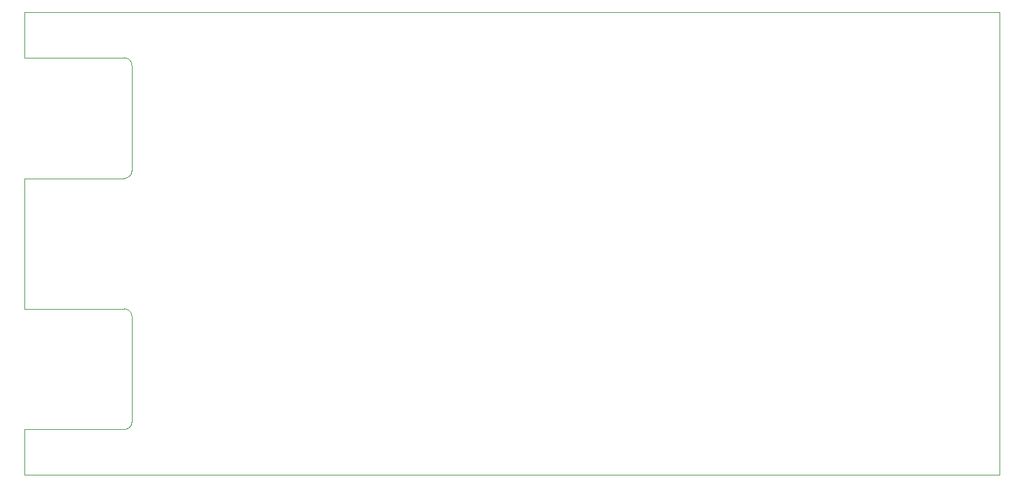
<source format=gbr>
%TF.GenerationSoftware,KiCad,Pcbnew,8.0.5*%
%TF.CreationDate,2024-10-24T13:20:48+01:00*%
%TF.ProjectId,V3,56332e6b-6963-4616-945f-706362585858,rev?*%
%TF.SameCoordinates,Original*%
%TF.FileFunction,Profile,NP*%
%FSLAX46Y46*%
G04 Gerber Fmt 4.6, Leading zero omitted, Abs format (unit mm)*
G04 Created by KiCad (PCBNEW 8.0.5) date 2024-10-24 13:20:48*
%MOMM*%
%LPD*%
G01*
G04 APERTURE LIST*
%TA.AperFunction,Profile*%
%ADD10C,0.100000*%
%TD*%
G04 APERTURE END LIST*
D10*
X-64100000Y24500000D02*
X-51000000Y24500000D01*
X-64100000Y-30500000D02*
X64100000Y-30500000D01*
X-64100000Y-24500000D02*
X-51000000Y-24500000D01*
X-50000000Y-23500000D02*
G75*
G02*
X-51000000Y-24500000I-999999J-1D01*
G01*
X-64100000Y-30500000D02*
X-64100000Y-24500000D01*
X64100000Y-30500000D02*
X64100000Y30500000D01*
X-64100000Y30500000D02*
X-64100000Y24500000D01*
X-64100000Y-8600000D02*
X-51000000Y-8600000D01*
X-50000000Y9600000D02*
G75*
G02*
X-51000000Y8600000I-999999J-1D01*
G01*
X-64100000Y8600000D02*
X-64100000Y-8600000D01*
X-64100000Y8600000D02*
X-51000000Y8600000D01*
X-50000000Y-9600000D02*
X-50000000Y-23500000D01*
X-51000000Y-8600000D02*
G75*
G02*
X-50000000Y-9600000I1J-999999D01*
G01*
X-64100000Y30500000D02*
X64100000Y30500000D01*
X-50000000Y23500000D02*
X-50000000Y9600000D01*
X-51000000Y24500000D02*
G75*
G02*
X-50000000Y23500000I1J-999999D01*
G01*
M02*

</source>
